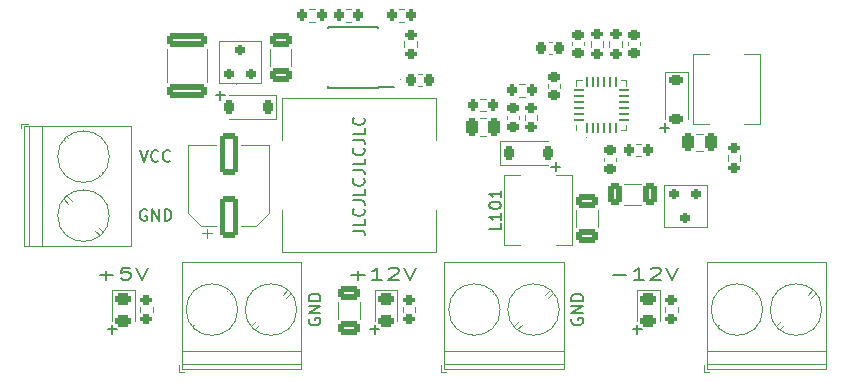
<source format=gto>
G04 #@! TF.GenerationSoftware,KiCad,Pcbnew,7.0.8*
G04 #@! TF.CreationDate,2023-10-23T09:59:53+02:00*
G04 #@! TF.ProjectId,dual-psu,6475616c-2d70-4737-952e-6b696361645f,rev?*
G04 #@! TF.SameCoordinates,Original*
G04 #@! TF.FileFunction,Legend,Top*
G04 #@! TF.FilePolarity,Positive*
%FSLAX46Y46*%
G04 Gerber Fmt 4.6, Leading zero omitted, Abs format (unit mm)*
G04 Created by KiCad (PCBNEW 7.0.8) date 2023-10-23 09:59:53*
%MOMM*%
%LPD*%
G01*
G04 APERTURE LIST*
G04 Aperture macros list*
%AMRoundRect*
0 Rectangle with rounded corners*
0 $1 Rounding radius*
0 $2 $3 $4 $5 $6 $7 $8 $9 X,Y pos of 4 corners*
0 Add a 4 corners polygon primitive as box body*
4,1,4,$2,$3,$4,$5,$6,$7,$8,$9,$2,$3,0*
0 Add four circle primitives for the rounded corners*
1,1,$1+$1,$2,$3*
1,1,$1+$1,$4,$5*
1,1,$1+$1,$6,$7*
1,1,$1+$1,$8,$9*
0 Add four rect primitives between the rounded corners*
20,1,$1+$1,$2,$3,$4,$5,0*
20,1,$1+$1,$4,$5,$6,$7,0*
20,1,$1+$1,$6,$7,$8,$9,0*
20,1,$1+$1,$8,$9,$2,$3,0*%
G04 Aperture macros list end*
%ADD10C,0.120000*%
%ADD11C,0.150000*%
%ADD12C,1.152000*%
%ADD13RoundRect,0.200000X-0.275000X0.200000X-0.275000X-0.200000X0.275000X-0.200000X0.275000X0.200000X0*%
%ADD14RoundRect,0.250000X0.325000X0.650000X-0.325000X0.650000X-0.325000X-0.650000X0.325000X-0.650000X0*%
%ADD15C,3.200000*%
%ADD16R,2.500000X1.900000*%
%ADD17RoundRect,0.200000X-0.200000X0.250000X-0.200000X-0.250000X0.200000X-0.250000X0.200000X0.250000X0*%
%ADD18R,1.550000X0.600000*%
%ADD19RoundRect,0.200000X-0.200000X-0.275000X0.200000X-0.275000X0.200000X0.275000X-0.200000X0.275000X0*%
%ADD20R,2.600000X2.600000*%
%ADD21C,2.600000*%
%ADD22R,2.900000X5.400000*%
%ADD23RoundRect,0.200000X0.275000X-0.200000X0.275000X0.200000X-0.275000X0.200000X-0.275000X-0.200000X0*%
%ADD24RoundRect,0.200000X0.200000X0.275000X-0.200000X0.275000X-0.200000X-0.275000X0.200000X-0.275000X0*%
%ADD25RoundRect,0.225000X0.250000X-0.225000X0.250000X0.225000X-0.250000X0.225000X-0.250000X-0.225000X0*%
%ADD26RoundRect,0.250000X0.650000X-0.325000X0.650000X0.325000X-0.650000X0.325000X-0.650000X-0.325000X0*%
%ADD27RoundRect,0.225000X-0.225000X-0.250000X0.225000X-0.250000X0.225000X0.250000X-0.225000X0.250000X0*%
%ADD28RoundRect,0.225000X-0.250000X0.225000X-0.250000X-0.225000X0.250000X-0.225000X0.250000X0.225000X0*%
%ADD29RoundRect,0.225000X0.225000X0.375000X-0.225000X0.375000X-0.225000X-0.375000X0.225000X-0.375000X0*%
%ADD30RoundRect,0.243750X-0.456250X0.243750X-0.456250X-0.243750X0.456250X-0.243750X0.456250X0.243750X0*%
%ADD31RoundRect,0.250000X0.550000X-1.500000X0.550000X1.500000X-0.550000X1.500000X-0.550000X-1.500000X0*%
%ADD32RoundRect,0.250000X-0.250000X-0.475000X0.250000X-0.475000X0.250000X0.475000X-0.250000X0.475000X0*%
%ADD33RoundRect,0.225000X-0.225000X-0.375000X0.225000X-0.375000X0.225000X0.375000X-0.225000X0.375000X0*%
%ADD34RoundRect,0.225000X0.225000X0.250000X-0.225000X0.250000X-0.225000X-0.250000X0.225000X-0.250000X0*%
%ADD35RoundRect,0.250000X0.250000X0.475000X-0.250000X0.475000X-0.250000X-0.475000X0.250000X-0.475000X0*%
%ADD36RoundRect,0.225000X-0.375000X0.225000X-0.375000X-0.225000X0.375000X-0.225000X0.375000X0.225000X0*%
%ADD37RoundRect,0.200000X0.200000X-0.250000X0.200000X0.250000X-0.200000X0.250000X-0.200000X-0.250000X0*%
%ADD38RoundRect,0.250000X-0.650000X0.325000X-0.650000X-0.325000X0.650000X-0.325000X0.650000X0.325000X0*%
%ADD39RoundRect,0.062500X0.062500X-0.350000X0.062500X0.350000X-0.062500X0.350000X-0.062500X-0.350000X0*%
%ADD40RoundRect,0.062500X0.350000X-0.062500X0.350000X0.062500X-0.350000X0.062500X-0.350000X-0.062500X0*%
%ADD41RoundRect,0.250000X-1.450000X0.312500X-1.450000X-0.312500X1.450000X-0.312500X1.450000X0.312500X0*%
G04 APERTURE END LIST*
D10*
X67420902Y-26906000D02*
G75*
G03*
X67420902Y-26906000I-55902J0D01*
G01*
X76720902Y-30981000D02*
G75*
G03*
X76720902Y-30981000I-55902J0D01*
G01*
X37715000Y-22456000D02*
G75*
G03*
X37715000Y-22456000I-50000J0D01*
G01*
X51615000Y-22056000D02*
G75*
G03*
X51615000Y-22056000I-50000J0D01*
G01*
D11*
X47422143Y-38579866D02*
X48565001Y-38579866D01*
X47993572Y-38960819D02*
X47993572Y-38198914D01*
X50065001Y-38960819D02*
X49207858Y-38960819D01*
X49636429Y-38960819D02*
X49636429Y-37960819D01*
X49636429Y-37960819D02*
X49493572Y-38103676D01*
X49493572Y-38103676D02*
X49350715Y-38198914D01*
X49350715Y-38198914D02*
X49207858Y-38246533D01*
X50636429Y-38056057D02*
X50707857Y-38008438D01*
X50707857Y-38008438D02*
X50850715Y-37960819D01*
X50850715Y-37960819D02*
X51207857Y-37960819D01*
X51207857Y-37960819D02*
X51350715Y-38008438D01*
X51350715Y-38008438D02*
X51422143Y-38056057D01*
X51422143Y-38056057D02*
X51493572Y-38151295D01*
X51493572Y-38151295D02*
X51493572Y-38246533D01*
X51493572Y-38246533D02*
X51422143Y-38389390D01*
X51422143Y-38389390D02*
X50565000Y-38960819D01*
X50565000Y-38960819D02*
X51493572Y-38960819D01*
X51922143Y-37960819D02*
X52422143Y-38960819D01*
X52422143Y-38960819D02*
X52922143Y-37960819D01*
X69572143Y-38579866D02*
X70715001Y-38579866D01*
X72215001Y-38960819D02*
X71357858Y-38960819D01*
X71786429Y-38960819D02*
X71786429Y-37960819D01*
X71786429Y-37960819D02*
X71643572Y-38103676D01*
X71643572Y-38103676D02*
X71500715Y-38198914D01*
X71500715Y-38198914D02*
X71357858Y-38246533D01*
X72786429Y-38056057D02*
X72857857Y-38008438D01*
X72857857Y-38008438D02*
X73000715Y-37960819D01*
X73000715Y-37960819D02*
X73357857Y-37960819D01*
X73357857Y-37960819D02*
X73500715Y-38008438D01*
X73500715Y-38008438D02*
X73572143Y-38056057D01*
X73572143Y-38056057D02*
X73643572Y-38151295D01*
X73643572Y-38151295D02*
X73643572Y-38246533D01*
X73643572Y-38246533D02*
X73572143Y-38389390D01*
X73572143Y-38389390D02*
X72715000Y-38960819D01*
X72715000Y-38960819D02*
X73643572Y-38960819D01*
X74072143Y-37960819D02*
X74572143Y-38960819D01*
X74572143Y-38960819D02*
X75072143Y-37960819D01*
X43867438Y-42267904D02*
X43819819Y-42363142D01*
X43819819Y-42363142D02*
X43819819Y-42505999D01*
X43819819Y-42505999D02*
X43867438Y-42648856D01*
X43867438Y-42648856D02*
X43962676Y-42744094D01*
X43962676Y-42744094D02*
X44057914Y-42791713D01*
X44057914Y-42791713D02*
X44248390Y-42839332D01*
X44248390Y-42839332D02*
X44391247Y-42839332D01*
X44391247Y-42839332D02*
X44581723Y-42791713D01*
X44581723Y-42791713D02*
X44676961Y-42744094D01*
X44676961Y-42744094D02*
X44772200Y-42648856D01*
X44772200Y-42648856D02*
X44819819Y-42505999D01*
X44819819Y-42505999D02*
X44819819Y-42410761D01*
X44819819Y-42410761D02*
X44772200Y-42267904D01*
X44772200Y-42267904D02*
X44724580Y-42220285D01*
X44724580Y-42220285D02*
X44391247Y-42220285D01*
X44391247Y-42220285D02*
X44391247Y-42410761D01*
X44819819Y-41791713D02*
X43819819Y-41791713D01*
X43819819Y-41791713D02*
X44819819Y-41220285D01*
X44819819Y-41220285D02*
X43819819Y-41220285D01*
X44819819Y-40744094D02*
X43819819Y-40744094D01*
X43819819Y-40744094D02*
X43819819Y-40505999D01*
X43819819Y-40505999D02*
X43867438Y-40363142D01*
X43867438Y-40363142D02*
X43962676Y-40267904D01*
X43962676Y-40267904D02*
X44057914Y-40220285D01*
X44057914Y-40220285D02*
X44248390Y-40172666D01*
X44248390Y-40172666D02*
X44391247Y-40172666D01*
X44391247Y-40172666D02*
X44581723Y-40220285D01*
X44581723Y-40220285D02*
X44676961Y-40267904D01*
X44676961Y-40267904D02*
X44772200Y-40363142D01*
X44772200Y-40363142D02*
X44819819Y-40505999D01*
X44819819Y-40505999D02*
X44819819Y-40744094D01*
X66117438Y-42267904D02*
X66069819Y-42363142D01*
X66069819Y-42363142D02*
X66069819Y-42505999D01*
X66069819Y-42505999D02*
X66117438Y-42648856D01*
X66117438Y-42648856D02*
X66212676Y-42744094D01*
X66212676Y-42744094D02*
X66307914Y-42791713D01*
X66307914Y-42791713D02*
X66498390Y-42839332D01*
X66498390Y-42839332D02*
X66641247Y-42839332D01*
X66641247Y-42839332D02*
X66831723Y-42791713D01*
X66831723Y-42791713D02*
X66926961Y-42744094D01*
X66926961Y-42744094D02*
X67022200Y-42648856D01*
X67022200Y-42648856D02*
X67069819Y-42505999D01*
X67069819Y-42505999D02*
X67069819Y-42410761D01*
X67069819Y-42410761D02*
X67022200Y-42267904D01*
X67022200Y-42267904D02*
X66974580Y-42220285D01*
X66974580Y-42220285D02*
X66641247Y-42220285D01*
X66641247Y-42220285D02*
X66641247Y-42410761D01*
X67069819Y-41791713D02*
X66069819Y-41791713D01*
X66069819Y-41791713D02*
X67069819Y-41220285D01*
X67069819Y-41220285D02*
X66069819Y-41220285D01*
X67069819Y-40744094D02*
X66069819Y-40744094D01*
X66069819Y-40744094D02*
X66069819Y-40505999D01*
X66069819Y-40505999D02*
X66117438Y-40363142D01*
X66117438Y-40363142D02*
X66212676Y-40267904D01*
X66212676Y-40267904D02*
X66307914Y-40220285D01*
X66307914Y-40220285D02*
X66498390Y-40172666D01*
X66498390Y-40172666D02*
X66641247Y-40172666D01*
X66641247Y-40172666D02*
X66831723Y-40220285D01*
X66831723Y-40220285D02*
X66926961Y-40267904D01*
X66926961Y-40267904D02*
X67022200Y-40363142D01*
X67022200Y-40363142D02*
X67069819Y-40505999D01*
X67069819Y-40505999D02*
X67069819Y-40744094D01*
X30103095Y-33058438D02*
X30007857Y-33010819D01*
X30007857Y-33010819D02*
X29865000Y-33010819D01*
X29865000Y-33010819D02*
X29722143Y-33058438D01*
X29722143Y-33058438D02*
X29626905Y-33153676D01*
X29626905Y-33153676D02*
X29579286Y-33248914D01*
X29579286Y-33248914D02*
X29531667Y-33439390D01*
X29531667Y-33439390D02*
X29531667Y-33582247D01*
X29531667Y-33582247D02*
X29579286Y-33772723D01*
X29579286Y-33772723D02*
X29626905Y-33867961D01*
X29626905Y-33867961D02*
X29722143Y-33963200D01*
X29722143Y-33963200D02*
X29865000Y-34010819D01*
X29865000Y-34010819D02*
X29960238Y-34010819D01*
X29960238Y-34010819D02*
X30103095Y-33963200D01*
X30103095Y-33963200D02*
X30150714Y-33915580D01*
X30150714Y-33915580D02*
X30150714Y-33582247D01*
X30150714Y-33582247D02*
X29960238Y-33582247D01*
X30579286Y-34010819D02*
X30579286Y-33010819D01*
X30579286Y-33010819D02*
X31150714Y-34010819D01*
X31150714Y-34010819D02*
X31150714Y-33010819D01*
X31626905Y-34010819D02*
X31626905Y-33010819D01*
X31626905Y-33010819D02*
X31865000Y-33010819D01*
X31865000Y-33010819D02*
X32007857Y-33058438D01*
X32007857Y-33058438D02*
X32103095Y-33153676D01*
X32103095Y-33153676D02*
X32150714Y-33248914D01*
X32150714Y-33248914D02*
X32198333Y-33439390D01*
X32198333Y-33439390D02*
X32198333Y-33582247D01*
X32198333Y-33582247D02*
X32150714Y-33772723D01*
X32150714Y-33772723D02*
X32103095Y-33867961D01*
X32103095Y-33867961D02*
X32007857Y-33963200D01*
X32007857Y-33963200D02*
X31865000Y-34010819D01*
X31865000Y-34010819D02*
X31626905Y-34010819D01*
X29531667Y-28010819D02*
X29865000Y-29010819D01*
X29865000Y-29010819D02*
X30198333Y-28010819D01*
X31103095Y-28915580D02*
X31055476Y-28963200D01*
X31055476Y-28963200D02*
X30912619Y-29010819D01*
X30912619Y-29010819D02*
X30817381Y-29010819D01*
X30817381Y-29010819D02*
X30674524Y-28963200D01*
X30674524Y-28963200D02*
X30579286Y-28867961D01*
X30579286Y-28867961D02*
X30531667Y-28772723D01*
X30531667Y-28772723D02*
X30484048Y-28582247D01*
X30484048Y-28582247D02*
X30484048Y-28439390D01*
X30484048Y-28439390D02*
X30531667Y-28248914D01*
X30531667Y-28248914D02*
X30579286Y-28153676D01*
X30579286Y-28153676D02*
X30674524Y-28058438D01*
X30674524Y-28058438D02*
X30817381Y-28010819D01*
X30817381Y-28010819D02*
X30912619Y-28010819D01*
X30912619Y-28010819D02*
X31055476Y-28058438D01*
X31055476Y-28058438D02*
X31103095Y-28106057D01*
X32103095Y-28915580D02*
X32055476Y-28963200D01*
X32055476Y-28963200D02*
X31912619Y-29010819D01*
X31912619Y-29010819D02*
X31817381Y-29010819D01*
X31817381Y-29010819D02*
X31674524Y-28963200D01*
X31674524Y-28963200D02*
X31579286Y-28867961D01*
X31579286Y-28867961D02*
X31531667Y-28772723D01*
X31531667Y-28772723D02*
X31484048Y-28582247D01*
X31484048Y-28582247D02*
X31484048Y-28439390D01*
X31484048Y-28439390D02*
X31531667Y-28248914D01*
X31531667Y-28248914D02*
X31579286Y-28153676D01*
X31579286Y-28153676D02*
X31674524Y-28058438D01*
X31674524Y-28058438D02*
X31817381Y-28010819D01*
X31817381Y-28010819D02*
X31912619Y-28010819D01*
X31912619Y-28010819D02*
X32055476Y-28058438D01*
X32055476Y-28058438D02*
X32103095Y-28106057D01*
X49034048Y-43179866D02*
X49795953Y-43179866D01*
X49415000Y-43560819D02*
X49415000Y-42798914D01*
X71259048Y-43179866D02*
X72020953Y-43179866D01*
X71640000Y-43560819D02*
X71640000Y-42798914D01*
X73584048Y-26104866D02*
X74345953Y-26104866D01*
X73965000Y-26485819D02*
X73965000Y-25723914D01*
X64384048Y-29404866D02*
X65145953Y-29404866D01*
X64765000Y-29785819D02*
X64765000Y-29023914D01*
X35984048Y-23379866D02*
X36745953Y-23379866D01*
X36365000Y-23760819D02*
X36365000Y-22998914D01*
X26809048Y-43179866D02*
X27570953Y-43179866D01*
X27190000Y-43560819D02*
X27190000Y-42798914D01*
X26136428Y-38579866D02*
X27279286Y-38579866D01*
X26707857Y-38960819D02*
X26707857Y-38198914D01*
X28707857Y-37960819D02*
X27993571Y-37960819D01*
X27993571Y-37960819D02*
X27922143Y-38437009D01*
X27922143Y-38437009D02*
X27993571Y-38389390D01*
X27993571Y-38389390D02*
X28136429Y-38341771D01*
X28136429Y-38341771D02*
X28493571Y-38341771D01*
X28493571Y-38341771D02*
X28636429Y-38389390D01*
X28636429Y-38389390D02*
X28707857Y-38437009D01*
X28707857Y-38437009D02*
X28779286Y-38532247D01*
X28779286Y-38532247D02*
X28779286Y-38770342D01*
X28779286Y-38770342D02*
X28707857Y-38865580D01*
X28707857Y-38865580D02*
X28636429Y-38913200D01*
X28636429Y-38913200D02*
X28493571Y-38960819D01*
X28493571Y-38960819D02*
X28136429Y-38960819D01*
X28136429Y-38960819D02*
X27993571Y-38913200D01*
X27993571Y-38913200D02*
X27922143Y-38865580D01*
X29207857Y-37960819D02*
X29707857Y-38960819D01*
X29707857Y-38960819D02*
X30207857Y-37960819D01*
X47569819Y-34825048D02*
X48284104Y-34825048D01*
X48284104Y-34825048D02*
X48426961Y-34872667D01*
X48426961Y-34872667D02*
X48522200Y-34967905D01*
X48522200Y-34967905D02*
X48569819Y-35110762D01*
X48569819Y-35110762D02*
X48569819Y-35206000D01*
X48569819Y-33872667D02*
X48569819Y-34348857D01*
X48569819Y-34348857D02*
X47569819Y-34348857D01*
X48474580Y-32967905D02*
X48522200Y-33015524D01*
X48522200Y-33015524D02*
X48569819Y-33158381D01*
X48569819Y-33158381D02*
X48569819Y-33253619D01*
X48569819Y-33253619D02*
X48522200Y-33396476D01*
X48522200Y-33396476D02*
X48426961Y-33491714D01*
X48426961Y-33491714D02*
X48331723Y-33539333D01*
X48331723Y-33539333D02*
X48141247Y-33586952D01*
X48141247Y-33586952D02*
X47998390Y-33586952D01*
X47998390Y-33586952D02*
X47807914Y-33539333D01*
X47807914Y-33539333D02*
X47712676Y-33491714D01*
X47712676Y-33491714D02*
X47617438Y-33396476D01*
X47617438Y-33396476D02*
X47569819Y-33253619D01*
X47569819Y-33253619D02*
X47569819Y-33158381D01*
X47569819Y-33158381D02*
X47617438Y-33015524D01*
X47617438Y-33015524D02*
X47665057Y-32967905D01*
X47569819Y-32253619D02*
X48284104Y-32253619D01*
X48284104Y-32253619D02*
X48426961Y-32301238D01*
X48426961Y-32301238D02*
X48522200Y-32396476D01*
X48522200Y-32396476D02*
X48569819Y-32539333D01*
X48569819Y-32539333D02*
X48569819Y-32634571D01*
X48569819Y-31301238D02*
X48569819Y-31777428D01*
X48569819Y-31777428D02*
X47569819Y-31777428D01*
X48474580Y-30396476D02*
X48522200Y-30444095D01*
X48522200Y-30444095D02*
X48569819Y-30586952D01*
X48569819Y-30586952D02*
X48569819Y-30682190D01*
X48569819Y-30682190D02*
X48522200Y-30825047D01*
X48522200Y-30825047D02*
X48426961Y-30920285D01*
X48426961Y-30920285D02*
X48331723Y-30967904D01*
X48331723Y-30967904D02*
X48141247Y-31015523D01*
X48141247Y-31015523D02*
X47998390Y-31015523D01*
X47998390Y-31015523D02*
X47807914Y-30967904D01*
X47807914Y-30967904D02*
X47712676Y-30920285D01*
X47712676Y-30920285D02*
X47617438Y-30825047D01*
X47617438Y-30825047D02*
X47569819Y-30682190D01*
X47569819Y-30682190D02*
X47569819Y-30586952D01*
X47569819Y-30586952D02*
X47617438Y-30444095D01*
X47617438Y-30444095D02*
X47665057Y-30396476D01*
X47569819Y-29682190D02*
X48284104Y-29682190D01*
X48284104Y-29682190D02*
X48426961Y-29729809D01*
X48426961Y-29729809D02*
X48522200Y-29825047D01*
X48522200Y-29825047D02*
X48569819Y-29967904D01*
X48569819Y-29967904D02*
X48569819Y-30063142D01*
X48569819Y-28729809D02*
X48569819Y-29205999D01*
X48569819Y-29205999D02*
X47569819Y-29205999D01*
X48474580Y-27825047D02*
X48522200Y-27872666D01*
X48522200Y-27872666D02*
X48569819Y-28015523D01*
X48569819Y-28015523D02*
X48569819Y-28110761D01*
X48569819Y-28110761D02*
X48522200Y-28253618D01*
X48522200Y-28253618D02*
X48426961Y-28348856D01*
X48426961Y-28348856D02*
X48331723Y-28396475D01*
X48331723Y-28396475D02*
X48141247Y-28444094D01*
X48141247Y-28444094D02*
X47998390Y-28444094D01*
X47998390Y-28444094D02*
X47807914Y-28396475D01*
X47807914Y-28396475D02*
X47712676Y-28348856D01*
X47712676Y-28348856D02*
X47617438Y-28253618D01*
X47617438Y-28253618D02*
X47569819Y-28110761D01*
X47569819Y-28110761D02*
X47569819Y-28015523D01*
X47569819Y-28015523D02*
X47617438Y-27872666D01*
X47617438Y-27872666D02*
X47665057Y-27825047D01*
X47569819Y-27110761D02*
X48284104Y-27110761D01*
X48284104Y-27110761D02*
X48426961Y-27158380D01*
X48426961Y-27158380D02*
X48522200Y-27253618D01*
X48522200Y-27253618D02*
X48569819Y-27396475D01*
X48569819Y-27396475D02*
X48569819Y-27491713D01*
X48569819Y-26158380D02*
X48569819Y-26634570D01*
X48569819Y-26634570D02*
X47569819Y-26634570D01*
X48474580Y-25253618D02*
X48522200Y-25301237D01*
X48522200Y-25301237D02*
X48569819Y-25444094D01*
X48569819Y-25444094D02*
X48569819Y-25539332D01*
X48569819Y-25539332D02*
X48522200Y-25682189D01*
X48522200Y-25682189D02*
X48426961Y-25777427D01*
X48426961Y-25777427D02*
X48331723Y-25825046D01*
X48331723Y-25825046D02*
X48141247Y-25872665D01*
X48141247Y-25872665D02*
X47998390Y-25872665D01*
X47998390Y-25872665D02*
X47807914Y-25825046D01*
X47807914Y-25825046D02*
X47712676Y-25777427D01*
X47712676Y-25777427D02*
X47617438Y-25682189D01*
X47617438Y-25682189D02*
X47569819Y-25539332D01*
X47569819Y-25539332D02*
X47569819Y-25444094D01*
X47569819Y-25444094D02*
X47617438Y-25301237D01*
X47617438Y-25301237D02*
X47665057Y-25253618D01*
X60119819Y-34197847D02*
X60119819Y-34674037D01*
X60119819Y-34674037D02*
X59119819Y-34674037D01*
X60119819Y-33340704D02*
X60119819Y-33912132D01*
X60119819Y-33626418D02*
X59119819Y-33626418D01*
X59119819Y-33626418D02*
X59262676Y-33721656D01*
X59262676Y-33721656D02*
X59357914Y-33816894D01*
X59357914Y-33816894D02*
X59405533Y-33912132D01*
X59119819Y-32721656D02*
X59119819Y-32626418D01*
X59119819Y-32626418D02*
X59167438Y-32531180D01*
X59167438Y-32531180D02*
X59215057Y-32483561D01*
X59215057Y-32483561D02*
X59310295Y-32435942D01*
X59310295Y-32435942D02*
X59500771Y-32388323D01*
X59500771Y-32388323D02*
X59738866Y-32388323D01*
X59738866Y-32388323D02*
X59929342Y-32435942D01*
X59929342Y-32435942D02*
X60024580Y-32483561D01*
X60024580Y-32483561D02*
X60072200Y-32531180D01*
X60072200Y-32531180D02*
X60119819Y-32626418D01*
X60119819Y-32626418D02*
X60119819Y-32721656D01*
X60119819Y-32721656D02*
X60072200Y-32816894D01*
X60072200Y-32816894D02*
X60024580Y-32864513D01*
X60024580Y-32864513D02*
X59929342Y-32912132D01*
X59929342Y-32912132D02*
X59738866Y-32959751D01*
X59738866Y-32959751D02*
X59500771Y-32959751D01*
X59500771Y-32959751D02*
X59310295Y-32912132D01*
X59310295Y-32912132D02*
X59215057Y-32864513D01*
X59215057Y-32864513D02*
X59167438Y-32816894D01*
X59167438Y-32816894D02*
X59119819Y-32721656D01*
X60119819Y-31435942D02*
X60119819Y-32007370D01*
X60119819Y-31721656D02*
X59119819Y-31721656D01*
X59119819Y-31721656D02*
X59262676Y-31816894D01*
X59262676Y-31816894D02*
X59357914Y-31912132D01*
X59357914Y-31912132D02*
X59405533Y-32007370D01*
D10*
X52987500Y-18806242D02*
X52987500Y-19280758D01*
X51942500Y-18806242D02*
X51942500Y-19280758D01*
X71976252Y-32666000D02*
X70553748Y-32666000D01*
X71976252Y-30846000D02*
X70553748Y-30846000D01*
X82075000Y-19896000D02*
X80725000Y-19896000D01*
X82075000Y-19896000D02*
X82075000Y-25816000D01*
X76355000Y-19896000D02*
X77705000Y-19896000D01*
X76355000Y-19896000D02*
X76355000Y-25816000D01*
X82075000Y-25816000D02*
X80725000Y-25816000D01*
X76355000Y-25816000D02*
X77705000Y-25816000D01*
X77515000Y-30956000D02*
X73915000Y-30956000D01*
X73915000Y-30956000D02*
X73915000Y-34556000D01*
X77515000Y-34556000D02*
X77515000Y-30956000D01*
X73915000Y-34556000D02*
X77515000Y-34556000D01*
D11*
X49658600Y-22706400D02*
X49658600Y-22656400D01*
X49658600Y-22706400D02*
X45508600Y-22706400D01*
X49658600Y-22656400D02*
X51058600Y-22656400D01*
X49658600Y-17556400D02*
X49658600Y-17701400D01*
X49658600Y-17556400D02*
X45508600Y-17556400D01*
X45508600Y-22706400D02*
X45508600Y-22561400D01*
X45508600Y-17556400D02*
X45508600Y-17701400D01*
D10*
X61640242Y-22433500D02*
X62114758Y-22433500D01*
X61640242Y-23478500D02*
X62114758Y-23478500D01*
X20105000Y-25756000D02*
X19465000Y-25756000D01*
X19465000Y-25756000D02*
X19465000Y-26156000D01*
X28825000Y-25996000D02*
X19705000Y-25996000D01*
X28825000Y-25996000D02*
X28825000Y-36116000D01*
X21265000Y-25996000D02*
X21265000Y-36116000D01*
X20165000Y-25996000D02*
X20165000Y-36116000D01*
X19705000Y-25996000D02*
X19705000Y-36116000D01*
X23484000Y-27008000D02*
X23377000Y-26902000D01*
X23218000Y-27274000D02*
X23111000Y-27168000D01*
X26419000Y-29944000D02*
X26312000Y-29837000D01*
X26153000Y-30210000D02*
X26046000Y-30103000D01*
X23773000Y-32298000D02*
X23377000Y-31903000D01*
X23491000Y-32549000D02*
X23111000Y-32169000D01*
X26419000Y-34944000D02*
X26039000Y-34564000D01*
X26153000Y-35210000D02*
X25757000Y-34815000D01*
X28825000Y-36116000D02*
X19705000Y-36116000D01*
X26945000Y-28556000D02*
G75*
G03*
X26945000Y-28556000I-2180000J0D01*
G01*
X26945000Y-33556000D02*
G75*
G03*
X26945000Y-33556000I-2180000J0D01*
G01*
X41591200Y-23607000D02*
X41591200Y-27157000D01*
X41591200Y-23607000D02*
X54611200Y-23607000D01*
X41591200Y-36627000D02*
X41591200Y-33077000D01*
X41591200Y-36627000D02*
X54611200Y-36627000D01*
X54611200Y-23607000D02*
X54611200Y-27157000D01*
X54611200Y-36627000D02*
X54611200Y-33077000D01*
X67692500Y-19243258D02*
X67692500Y-18768742D01*
X68737500Y-19243258D02*
X68737500Y-18768742D01*
X77290000Y-46166000D02*
X77290000Y-46806000D01*
X77290000Y-46806000D02*
X77690000Y-46806000D01*
X77530000Y-37446000D02*
X77530000Y-46566000D01*
X77530000Y-37446000D02*
X87650000Y-37446000D01*
X77530000Y-45006000D02*
X87650000Y-45006000D01*
X77530000Y-46106000D02*
X87650000Y-46106000D01*
X77530000Y-46566000D02*
X87650000Y-46566000D01*
X78542000Y-42787000D02*
X78436000Y-42894000D01*
X78808000Y-43053000D02*
X78702000Y-43160000D01*
X81478000Y-39852000D02*
X81371000Y-39959000D01*
X81744000Y-40118000D02*
X81637000Y-40225000D01*
X83832000Y-42498000D02*
X83437000Y-42894000D01*
X84083000Y-42780000D02*
X83703000Y-43160000D01*
X86478000Y-39852000D02*
X86098000Y-40232000D01*
X86744000Y-40118000D02*
X86349000Y-40514000D01*
X87650000Y-37446000D02*
X87650000Y-46566000D01*
X82270000Y-41506000D02*
G75*
G03*
X82270000Y-41506000I-2180000J0D01*
G01*
X87270000Y-41506000D02*
G75*
G03*
X87270000Y-41506000I-2180000J0D01*
G01*
X71515242Y-27483500D02*
X71989758Y-27483500D01*
X71515242Y-28528500D02*
X71989758Y-28528500D01*
X44364758Y-17128500D02*
X43890242Y-17128500D01*
X44364758Y-16083500D02*
X43890242Y-16083500D01*
X66105000Y-19146580D02*
X66105000Y-18865420D01*
X67125000Y-19146580D02*
X67125000Y-18865420D01*
X66505000Y-34517252D02*
X66505000Y-33094748D01*
X68325000Y-34517252D02*
X68325000Y-33094748D01*
X53111920Y-21546000D02*
X53393080Y-21546000D01*
X53111920Y-22566000D02*
X53393080Y-22566000D01*
X71925000Y-18865420D02*
X71925000Y-19146580D01*
X70905000Y-18865420D02*
X70905000Y-19146580D01*
X41075000Y-25356000D02*
X41075000Y-23356000D01*
X41075000Y-25356000D02*
X37065000Y-25356000D01*
X41075000Y-23356000D02*
X37065000Y-23356000D01*
X29100000Y-39821000D02*
X27180000Y-39821000D01*
X27180000Y-39821000D02*
X27180000Y-42506000D01*
X29100000Y-42506000D02*
X29100000Y-39821000D01*
X35217500Y-35443500D02*
X35217500Y-34656000D01*
X34823750Y-35049750D02*
X35611250Y-35049750D01*
X34719437Y-34416000D02*
X36005000Y-34416000D01*
X34719437Y-34416000D02*
X33655000Y-33351563D01*
X39410563Y-34416000D02*
X38125000Y-34416000D01*
X39410563Y-34416000D02*
X40475000Y-33351563D01*
X33655000Y-33351563D02*
X33655000Y-27596000D01*
X40475000Y-33351563D02*
X40475000Y-27596000D01*
X33655000Y-27596000D02*
X36005000Y-27596000D01*
X40475000Y-27596000D02*
X38125000Y-27596000D01*
X40555000Y-20867252D02*
X40555000Y-19444748D01*
X42375000Y-20867252D02*
X42375000Y-19444748D01*
X64055000Y-22709080D02*
X64055000Y-22427920D01*
X65075000Y-22709080D02*
X65075000Y-22427920D01*
X47439758Y-17128500D02*
X46965242Y-17128500D01*
X47439758Y-16083500D02*
X46965242Y-16083500D01*
X32840000Y-46166000D02*
X32840000Y-46806000D01*
X32840000Y-46806000D02*
X33240000Y-46806000D01*
X33080000Y-37446000D02*
X33080000Y-46566000D01*
X33080000Y-37446000D02*
X43200000Y-37446000D01*
X33080000Y-45006000D02*
X43200000Y-45006000D01*
X33080000Y-46106000D02*
X43200000Y-46106000D01*
X33080000Y-46566000D02*
X43200000Y-46566000D01*
X34092000Y-42787000D02*
X33986000Y-42894000D01*
X34358000Y-43053000D02*
X34252000Y-43160000D01*
X37028000Y-39852000D02*
X36921000Y-39959000D01*
X37294000Y-40118000D02*
X37187000Y-40225000D01*
X39382000Y-42498000D02*
X38987000Y-42894000D01*
X39633000Y-42780000D02*
X39253000Y-43160000D01*
X42028000Y-39852000D02*
X41648000Y-40232000D01*
X42294000Y-40118000D02*
X41899000Y-40514000D01*
X43200000Y-37446000D02*
X43200000Y-46566000D01*
X37820000Y-41506000D02*
G75*
G03*
X37820000Y-41506000I-2180000J0D01*
G01*
X42820000Y-41506000D02*
G75*
G03*
X42820000Y-41506000I-2180000J0D01*
G01*
X69875000Y-28652920D02*
X69875000Y-28934080D01*
X68855000Y-28652920D02*
X68855000Y-28934080D01*
X76653748Y-26621000D02*
X77176252Y-26621000D01*
X76653748Y-28091000D02*
X77176252Y-28091000D01*
X55065000Y-46166000D02*
X55065000Y-46806000D01*
X55065000Y-46806000D02*
X55465000Y-46806000D01*
X55305000Y-37446000D02*
X55305000Y-46566000D01*
X55305000Y-37446000D02*
X65425000Y-37446000D01*
X55305000Y-45006000D02*
X65425000Y-45006000D01*
X55305000Y-46106000D02*
X65425000Y-46106000D01*
X55305000Y-46566000D02*
X65425000Y-46566000D01*
X56317000Y-42787000D02*
X56211000Y-42894000D01*
X56583000Y-43053000D02*
X56477000Y-43160000D01*
X59253000Y-39852000D02*
X59146000Y-39959000D01*
X59519000Y-40118000D02*
X59412000Y-40225000D01*
X61607000Y-42498000D02*
X61212000Y-42894000D01*
X61858000Y-42780000D02*
X61478000Y-43160000D01*
X64253000Y-39852000D02*
X63873000Y-40232000D01*
X64519000Y-40118000D02*
X64124000Y-40514000D01*
X65425000Y-37446000D02*
X65425000Y-46566000D01*
X60045000Y-41506000D02*
G75*
G03*
X60045000Y-41506000I-2180000J0D01*
G01*
X65045000Y-41506000D02*
G75*
G03*
X65045000Y-41506000I-2180000J0D01*
G01*
X51325000Y-39821000D02*
X49405000Y-39821000D01*
X49405000Y-39821000D02*
X49405000Y-42506000D01*
X51325000Y-42506000D02*
X51325000Y-39821000D01*
X60055000Y-27262800D02*
X60055000Y-29262800D01*
X60055000Y-27262800D02*
X64065000Y-27262800D01*
X60055000Y-29262800D02*
X64065000Y-29262800D01*
X64418080Y-19866000D02*
X64136920Y-19866000D01*
X64418080Y-18846000D02*
X64136920Y-18846000D01*
X58851252Y-26791000D02*
X58328748Y-26791000D01*
X58851252Y-25321000D02*
X58328748Y-25321000D01*
X29567500Y-41743258D02*
X29567500Y-41268742D01*
X30612500Y-41743258D02*
X30612500Y-41268742D01*
X51817500Y-41743258D02*
X51817500Y-41268742D01*
X52862500Y-41743258D02*
X52862500Y-41268742D01*
X75965000Y-21396000D02*
X73965000Y-21396000D01*
X75965000Y-21396000D02*
X75965000Y-25406000D01*
X73965000Y-21396000D02*
X73965000Y-25406000D01*
X36215000Y-22356000D02*
X39815000Y-22356000D01*
X39815000Y-22356000D02*
X39815000Y-18756000D01*
X36215000Y-18756000D02*
X36215000Y-22356000D01*
X39815000Y-18756000D02*
X36215000Y-18756000D01*
X63187500Y-25018742D02*
X63187500Y-25493258D01*
X62142500Y-25018742D02*
X62142500Y-25493258D01*
X60630000Y-25396580D02*
X60630000Y-25115420D01*
X61650000Y-25396580D02*
X61650000Y-25115420D01*
X60405000Y-36038800D02*
X61755000Y-36038800D01*
X60405000Y-36038800D02*
X60405000Y-30118800D01*
X66125000Y-36038800D02*
X64775000Y-36038800D01*
X66125000Y-36038800D02*
X66125000Y-30118800D01*
X60405000Y-30118800D02*
X61755000Y-30118800D01*
X66125000Y-30118800D02*
X64775000Y-30118800D01*
X58340242Y-23683500D02*
X58814758Y-23683500D01*
X58340242Y-24728500D02*
X58814758Y-24728500D01*
X73550000Y-39821000D02*
X71630000Y-39821000D01*
X71630000Y-39821000D02*
X71630000Y-42506000D01*
X73550000Y-42506000D02*
X73550000Y-39821000D01*
X48175000Y-40844748D02*
X48175000Y-42267252D01*
X46355000Y-40844748D02*
X46355000Y-42267252D01*
X69292500Y-19243258D02*
X69292500Y-18768742D01*
X70337500Y-19243258D02*
X70337500Y-18768742D01*
X51440242Y-16083500D02*
X51914758Y-16083500D01*
X51440242Y-17128500D02*
X51914758Y-17128500D01*
X70725000Y-26316000D02*
X70250000Y-26316000D01*
X66505000Y-25841000D02*
X66505000Y-26316000D01*
X70725000Y-25841000D02*
X70725000Y-26316000D01*
X66505000Y-22571000D02*
X66505000Y-22096000D01*
X70725000Y-22571000D02*
X70725000Y-22096000D01*
X66505000Y-22096000D02*
X66980000Y-22096000D01*
X70725000Y-22096000D02*
X70250000Y-22096000D01*
X74017500Y-41743258D02*
X74017500Y-41268742D01*
X75062500Y-41743258D02*
X75062500Y-41268742D01*
X35257000Y-19459748D02*
X35257000Y-22232252D01*
X31837000Y-19459748D02*
X31837000Y-22232252D01*
X80387500Y-28443742D02*
X80387500Y-28918258D01*
X79342500Y-28443742D02*
X79342500Y-28918258D01*
%LPC*%
D12*
X24765000Y-20031000D03*
X91015000Y-41431000D03*
D13*
X52465000Y-18218500D03*
X52465000Y-19868500D03*
D14*
X72740000Y-31756000D03*
X69790000Y-31756000D03*
D15*
X22565000Y-18556000D03*
D16*
X79215000Y-20806000D03*
X79215000Y-24906000D03*
D15*
X92565000Y-18556000D03*
D17*
X76665000Y-31756000D03*
X74765000Y-31756000D03*
X75715000Y-33756000D03*
D18*
X50283600Y-22036400D03*
X50283600Y-20766400D03*
X50283600Y-19496400D03*
X50283600Y-18226400D03*
X44883600Y-18226400D03*
X44883600Y-19496400D03*
X44883600Y-20766400D03*
X44883600Y-22036400D03*
D19*
X61052500Y-22956000D03*
X62702500Y-22956000D03*
D20*
X24765000Y-28556000D03*
D21*
X24765000Y-33556000D03*
D22*
X43151200Y-30117000D03*
X53051200Y-30117000D03*
D23*
X68215000Y-19831000D03*
X68215000Y-18181000D03*
D20*
X80090000Y-41506000D03*
D21*
X85090000Y-41506000D03*
D19*
X70927500Y-28006000D03*
X72577500Y-28006000D03*
D24*
X44952500Y-16606000D03*
X43302500Y-16606000D03*
D25*
X66615000Y-19781000D03*
X66615000Y-18231000D03*
D26*
X67415000Y-35281000D03*
X67415000Y-32331000D03*
D27*
X52477500Y-22056000D03*
X54027500Y-22056000D03*
D28*
X71415000Y-18231000D03*
X71415000Y-19781000D03*
D29*
X40365000Y-24356000D03*
X37065000Y-24356000D03*
D30*
X28140000Y-40568500D03*
X28140000Y-42443500D03*
D31*
X37065000Y-33706000D03*
X37065000Y-28306000D03*
D26*
X41465000Y-21631000D03*
X41465000Y-18681000D03*
D25*
X64565000Y-23343500D03*
X64565000Y-21793500D03*
D15*
X22565000Y-43556000D03*
D24*
X48027500Y-16606000D03*
X46377500Y-16606000D03*
D20*
X35640000Y-41506000D03*
D21*
X40640000Y-41506000D03*
D28*
X69365000Y-28018500D03*
X69365000Y-29568500D03*
D32*
X75965000Y-27356000D03*
X77865000Y-27356000D03*
D20*
X57865000Y-41506000D03*
D21*
X62865000Y-41506000D03*
D15*
X92565000Y-43556000D03*
D30*
X50365000Y-40568500D03*
X50365000Y-42443500D03*
D33*
X60765000Y-28262800D03*
X64065000Y-28262800D03*
D34*
X65052500Y-19356000D03*
X63502500Y-19356000D03*
D35*
X59540000Y-26056000D03*
X57640000Y-26056000D03*
D23*
X30090000Y-42331000D03*
X30090000Y-40681000D03*
X52340000Y-42331000D03*
X52340000Y-40681000D03*
D36*
X74965000Y-22106000D03*
X74965000Y-25406000D03*
D37*
X37065000Y-21556000D03*
X38965000Y-21556000D03*
X38015000Y-19556000D03*
D13*
X62665000Y-24431000D03*
X62665000Y-26081000D03*
D25*
X61140000Y-26031000D03*
X61140000Y-24481000D03*
D16*
X63265000Y-35128800D03*
X63265000Y-31028800D03*
D19*
X57752500Y-24206000D03*
X59402500Y-24206000D03*
D30*
X72590000Y-40568500D03*
X72590000Y-42443500D03*
D38*
X47265000Y-40081000D03*
X47265000Y-43031000D03*
D23*
X69815000Y-19831000D03*
X69815000Y-18181000D03*
D19*
X50852500Y-16606000D03*
X52502500Y-16606000D03*
D39*
X67365000Y-26143500D03*
X67865000Y-26143500D03*
X68365000Y-26143500D03*
X68865000Y-26143500D03*
X69365000Y-26143500D03*
X69865000Y-26143500D03*
D40*
X70552500Y-25456000D03*
X70552500Y-24956000D03*
X70552500Y-24456000D03*
X70552500Y-23956000D03*
X70552500Y-23456000D03*
X70552500Y-22956000D03*
D39*
X69865000Y-22268500D03*
X69365000Y-22268500D03*
X68865000Y-22268500D03*
X68365000Y-22268500D03*
X67865000Y-22268500D03*
X67365000Y-22268500D03*
D40*
X66677500Y-22956000D03*
X66677500Y-23456000D03*
X66677500Y-23956000D03*
X66677500Y-24456000D03*
X66677500Y-24956000D03*
X66677500Y-25456000D03*
D20*
X68615000Y-24206000D03*
D23*
X74540000Y-42331000D03*
X74540000Y-40681000D03*
D41*
X33547000Y-18708500D03*
X33547000Y-22983500D03*
D13*
X79865000Y-27856000D03*
X79865000Y-29506000D03*
%LPD*%
M02*

</source>
